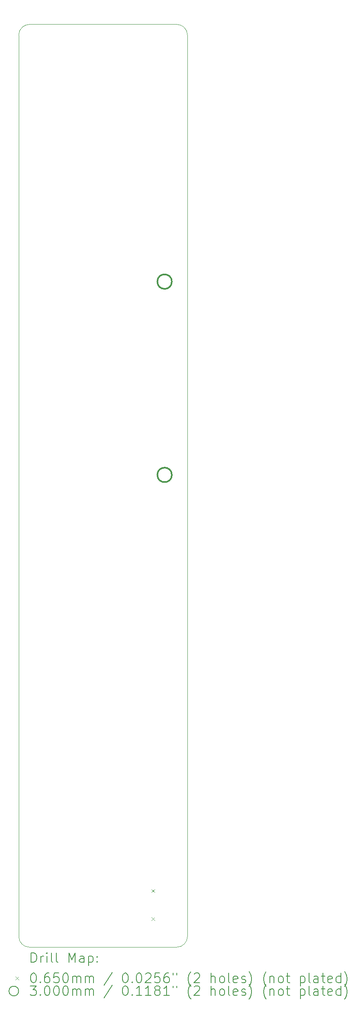
<source format=gbr>
%TF.GenerationSoftware,KiCad,Pcbnew,8.0.7*%
%TF.CreationDate,2025-01-25T18:23:16+01:00*%
%TF.ProjectId,termometer2,7465726d-6f6d-4657-9465-72322e6b6963,rev?*%
%TF.SameCoordinates,Original*%
%TF.FileFunction,Drillmap*%
%TF.FilePolarity,Positive*%
%FSLAX45Y45*%
G04 Gerber Fmt 4.5, Leading zero omitted, Abs format (unit mm)*
G04 Created by KiCad (PCBNEW 8.0.7) date 2025-01-25 18:23:16*
%MOMM*%
%LPD*%
G01*
G04 APERTURE LIST*
%ADD10C,0.050000*%
%ADD11C,0.200000*%
%ADD12C,0.100000*%
%ADD13C,0.300000*%
G04 APERTURE END LIST*
D10*
X11930000Y-22925000D02*
G75*
G02*
X11705000Y-23150000I-225000J0D01*
G01*
X8430000Y-22925000D02*
X8430000Y-4275000D01*
X8430000Y-4275000D02*
G75*
G02*
X8655000Y-4050000I225000J0D01*
G01*
X8655000Y-23150000D02*
G75*
G02*
X8430000Y-22925000I0J225000D01*
G01*
X11705000Y-23150000D02*
X8655000Y-23150000D01*
X11705000Y-4050000D02*
G75*
G02*
X11930000Y-4275000I0J-225000D01*
G01*
X8655000Y-4050000D02*
X11705000Y-4050000D01*
X11930000Y-4275000D02*
X11930000Y-22925000D01*
D11*
D12*
X11186519Y-21951019D02*
X11251519Y-22016019D01*
X11251519Y-21951019D02*
X11186519Y-22016019D01*
X11186519Y-22529019D02*
X11251519Y-22594019D01*
X11251519Y-22529019D02*
X11186519Y-22594019D01*
D13*
X11605000Y-9375000D02*
G75*
G02*
X11305000Y-9375000I-150000J0D01*
G01*
X11305000Y-9375000D02*
G75*
G02*
X11605000Y-9375000I150000J0D01*
G01*
X11605000Y-13375000D02*
G75*
G02*
X11305000Y-13375000I-150000J0D01*
G01*
X11305000Y-13375000D02*
G75*
G02*
X11605000Y-13375000I150000J0D01*
G01*
D11*
X8688277Y-23463984D02*
X8688277Y-23263984D01*
X8688277Y-23263984D02*
X8735896Y-23263984D01*
X8735896Y-23263984D02*
X8764467Y-23273508D01*
X8764467Y-23273508D02*
X8783515Y-23292555D01*
X8783515Y-23292555D02*
X8793039Y-23311603D01*
X8793039Y-23311603D02*
X8802563Y-23349698D01*
X8802563Y-23349698D02*
X8802563Y-23378269D01*
X8802563Y-23378269D02*
X8793039Y-23416365D01*
X8793039Y-23416365D02*
X8783515Y-23435412D01*
X8783515Y-23435412D02*
X8764467Y-23454460D01*
X8764467Y-23454460D02*
X8735896Y-23463984D01*
X8735896Y-23463984D02*
X8688277Y-23463984D01*
X8888277Y-23463984D02*
X8888277Y-23330650D01*
X8888277Y-23368746D02*
X8897801Y-23349698D01*
X8897801Y-23349698D02*
X8907324Y-23340174D01*
X8907324Y-23340174D02*
X8926372Y-23330650D01*
X8926372Y-23330650D02*
X8945420Y-23330650D01*
X9012086Y-23463984D02*
X9012086Y-23330650D01*
X9012086Y-23263984D02*
X9002563Y-23273508D01*
X9002563Y-23273508D02*
X9012086Y-23283031D01*
X9012086Y-23283031D02*
X9021610Y-23273508D01*
X9021610Y-23273508D02*
X9012086Y-23263984D01*
X9012086Y-23263984D02*
X9012086Y-23283031D01*
X9135896Y-23463984D02*
X9116848Y-23454460D01*
X9116848Y-23454460D02*
X9107324Y-23435412D01*
X9107324Y-23435412D02*
X9107324Y-23263984D01*
X9240658Y-23463984D02*
X9221610Y-23454460D01*
X9221610Y-23454460D02*
X9212086Y-23435412D01*
X9212086Y-23435412D02*
X9212086Y-23263984D01*
X9469229Y-23463984D02*
X9469229Y-23263984D01*
X9469229Y-23263984D02*
X9535896Y-23406841D01*
X9535896Y-23406841D02*
X9602563Y-23263984D01*
X9602563Y-23263984D02*
X9602563Y-23463984D01*
X9783515Y-23463984D02*
X9783515Y-23359222D01*
X9783515Y-23359222D02*
X9773991Y-23340174D01*
X9773991Y-23340174D02*
X9754944Y-23330650D01*
X9754944Y-23330650D02*
X9716848Y-23330650D01*
X9716848Y-23330650D02*
X9697801Y-23340174D01*
X9783515Y-23454460D02*
X9764467Y-23463984D01*
X9764467Y-23463984D02*
X9716848Y-23463984D01*
X9716848Y-23463984D02*
X9697801Y-23454460D01*
X9697801Y-23454460D02*
X9688277Y-23435412D01*
X9688277Y-23435412D02*
X9688277Y-23416365D01*
X9688277Y-23416365D02*
X9697801Y-23397317D01*
X9697801Y-23397317D02*
X9716848Y-23387793D01*
X9716848Y-23387793D02*
X9764467Y-23387793D01*
X9764467Y-23387793D02*
X9783515Y-23378269D01*
X9878753Y-23330650D02*
X9878753Y-23530650D01*
X9878753Y-23340174D02*
X9897801Y-23330650D01*
X9897801Y-23330650D02*
X9935896Y-23330650D01*
X9935896Y-23330650D02*
X9954944Y-23340174D01*
X9954944Y-23340174D02*
X9964467Y-23349698D01*
X9964467Y-23349698D02*
X9973991Y-23368746D01*
X9973991Y-23368746D02*
X9973991Y-23425888D01*
X9973991Y-23425888D02*
X9964467Y-23444936D01*
X9964467Y-23444936D02*
X9954944Y-23454460D01*
X9954944Y-23454460D02*
X9935896Y-23463984D01*
X9935896Y-23463984D02*
X9897801Y-23463984D01*
X9897801Y-23463984D02*
X9878753Y-23454460D01*
X10059705Y-23444936D02*
X10069229Y-23454460D01*
X10069229Y-23454460D02*
X10059705Y-23463984D01*
X10059705Y-23463984D02*
X10050182Y-23454460D01*
X10050182Y-23454460D02*
X10059705Y-23444936D01*
X10059705Y-23444936D02*
X10059705Y-23463984D01*
X10059705Y-23340174D02*
X10069229Y-23349698D01*
X10069229Y-23349698D02*
X10059705Y-23359222D01*
X10059705Y-23359222D02*
X10050182Y-23349698D01*
X10050182Y-23349698D02*
X10059705Y-23340174D01*
X10059705Y-23340174D02*
X10059705Y-23359222D01*
D12*
X8362500Y-23760000D02*
X8427500Y-23825000D01*
X8427500Y-23760000D02*
X8362500Y-23825000D01*
D11*
X8726372Y-23683984D02*
X8745420Y-23683984D01*
X8745420Y-23683984D02*
X8764467Y-23693508D01*
X8764467Y-23693508D02*
X8773991Y-23703031D01*
X8773991Y-23703031D02*
X8783515Y-23722079D01*
X8783515Y-23722079D02*
X8793039Y-23760174D01*
X8793039Y-23760174D02*
X8793039Y-23807793D01*
X8793039Y-23807793D02*
X8783515Y-23845888D01*
X8783515Y-23845888D02*
X8773991Y-23864936D01*
X8773991Y-23864936D02*
X8764467Y-23874460D01*
X8764467Y-23874460D02*
X8745420Y-23883984D01*
X8745420Y-23883984D02*
X8726372Y-23883984D01*
X8726372Y-23883984D02*
X8707324Y-23874460D01*
X8707324Y-23874460D02*
X8697801Y-23864936D01*
X8697801Y-23864936D02*
X8688277Y-23845888D01*
X8688277Y-23845888D02*
X8678753Y-23807793D01*
X8678753Y-23807793D02*
X8678753Y-23760174D01*
X8678753Y-23760174D02*
X8688277Y-23722079D01*
X8688277Y-23722079D02*
X8697801Y-23703031D01*
X8697801Y-23703031D02*
X8707324Y-23693508D01*
X8707324Y-23693508D02*
X8726372Y-23683984D01*
X8878753Y-23864936D02*
X8888277Y-23874460D01*
X8888277Y-23874460D02*
X8878753Y-23883984D01*
X8878753Y-23883984D02*
X8869229Y-23874460D01*
X8869229Y-23874460D02*
X8878753Y-23864936D01*
X8878753Y-23864936D02*
X8878753Y-23883984D01*
X9059705Y-23683984D02*
X9021610Y-23683984D01*
X9021610Y-23683984D02*
X9002563Y-23693508D01*
X9002563Y-23693508D02*
X8993039Y-23703031D01*
X8993039Y-23703031D02*
X8973991Y-23731603D01*
X8973991Y-23731603D02*
X8964467Y-23769698D01*
X8964467Y-23769698D02*
X8964467Y-23845888D01*
X8964467Y-23845888D02*
X8973991Y-23864936D01*
X8973991Y-23864936D02*
X8983515Y-23874460D01*
X8983515Y-23874460D02*
X9002563Y-23883984D01*
X9002563Y-23883984D02*
X9040658Y-23883984D01*
X9040658Y-23883984D02*
X9059705Y-23874460D01*
X9059705Y-23874460D02*
X9069229Y-23864936D01*
X9069229Y-23864936D02*
X9078753Y-23845888D01*
X9078753Y-23845888D02*
X9078753Y-23798269D01*
X9078753Y-23798269D02*
X9069229Y-23779222D01*
X9069229Y-23779222D02*
X9059705Y-23769698D01*
X9059705Y-23769698D02*
X9040658Y-23760174D01*
X9040658Y-23760174D02*
X9002563Y-23760174D01*
X9002563Y-23760174D02*
X8983515Y-23769698D01*
X8983515Y-23769698D02*
X8973991Y-23779222D01*
X8973991Y-23779222D02*
X8964467Y-23798269D01*
X9259705Y-23683984D02*
X9164467Y-23683984D01*
X9164467Y-23683984D02*
X9154944Y-23779222D01*
X9154944Y-23779222D02*
X9164467Y-23769698D01*
X9164467Y-23769698D02*
X9183515Y-23760174D01*
X9183515Y-23760174D02*
X9231134Y-23760174D01*
X9231134Y-23760174D02*
X9250182Y-23769698D01*
X9250182Y-23769698D02*
X9259705Y-23779222D01*
X9259705Y-23779222D02*
X9269229Y-23798269D01*
X9269229Y-23798269D02*
X9269229Y-23845888D01*
X9269229Y-23845888D02*
X9259705Y-23864936D01*
X9259705Y-23864936D02*
X9250182Y-23874460D01*
X9250182Y-23874460D02*
X9231134Y-23883984D01*
X9231134Y-23883984D02*
X9183515Y-23883984D01*
X9183515Y-23883984D02*
X9164467Y-23874460D01*
X9164467Y-23874460D02*
X9154944Y-23864936D01*
X9393039Y-23683984D02*
X9412086Y-23683984D01*
X9412086Y-23683984D02*
X9431134Y-23693508D01*
X9431134Y-23693508D02*
X9440658Y-23703031D01*
X9440658Y-23703031D02*
X9450182Y-23722079D01*
X9450182Y-23722079D02*
X9459705Y-23760174D01*
X9459705Y-23760174D02*
X9459705Y-23807793D01*
X9459705Y-23807793D02*
X9450182Y-23845888D01*
X9450182Y-23845888D02*
X9440658Y-23864936D01*
X9440658Y-23864936D02*
X9431134Y-23874460D01*
X9431134Y-23874460D02*
X9412086Y-23883984D01*
X9412086Y-23883984D02*
X9393039Y-23883984D01*
X9393039Y-23883984D02*
X9373991Y-23874460D01*
X9373991Y-23874460D02*
X9364467Y-23864936D01*
X9364467Y-23864936D02*
X9354944Y-23845888D01*
X9354944Y-23845888D02*
X9345420Y-23807793D01*
X9345420Y-23807793D02*
X9345420Y-23760174D01*
X9345420Y-23760174D02*
X9354944Y-23722079D01*
X9354944Y-23722079D02*
X9364467Y-23703031D01*
X9364467Y-23703031D02*
X9373991Y-23693508D01*
X9373991Y-23693508D02*
X9393039Y-23683984D01*
X9545420Y-23883984D02*
X9545420Y-23750650D01*
X9545420Y-23769698D02*
X9554944Y-23760174D01*
X9554944Y-23760174D02*
X9573991Y-23750650D01*
X9573991Y-23750650D02*
X9602563Y-23750650D01*
X9602563Y-23750650D02*
X9621610Y-23760174D01*
X9621610Y-23760174D02*
X9631134Y-23779222D01*
X9631134Y-23779222D02*
X9631134Y-23883984D01*
X9631134Y-23779222D02*
X9640658Y-23760174D01*
X9640658Y-23760174D02*
X9659705Y-23750650D01*
X9659705Y-23750650D02*
X9688277Y-23750650D01*
X9688277Y-23750650D02*
X9707325Y-23760174D01*
X9707325Y-23760174D02*
X9716848Y-23779222D01*
X9716848Y-23779222D02*
X9716848Y-23883984D01*
X9812086Y-23883984D02*
X9812086Y-23750650D01*
X9812086Y-23769698D02*
X9821610Y-23760174D01*
X9821610Y-23760174D02*
X9840658Y-23750650D01*
X9840658Y-23750650D02*
X9869229Y-23750650D01*
X9869229Y-23750650D02*
X9888277Y-23760174D01*
X9888277Y-23760174D02*
X9897801Y-23779222D01*
X9897801Y-23779222D02*
X9897801Y-23883984D01*
X9897801Y-23779222D02*
X9907325Y-23760174D01*
X9907325Y-23760174D02*
X9926372Y-23750650D01*
X9926372Y-23750650D02*
X9954944Y-23750650D01*
X9954944Y-23750650D02*
X9973991Y-23760174D01*
X9973991Y-23760174D02*
X9983515Y-23779222D01*
X9983515Y-23779222D02*
X9983515Y-23883984D01*
X10373991Y-23674460D02*
X10202563Y-23931603D01*
X10631134Y-23683984D02*
X10650182Y-23683984D01*
X10650182Y-23683984D02*
X10669229Y-23693508D01*
X10669229Y-23693508D02*
X10678753Y-23703031D01*
X10678753Y-23703031D02*
X10688277Y-23722079D01*
X10688277Y-23722079D02*
X10697801Y-23760174D01*
X10697801Y-23760174D02*
X10697801Y-23807793D01*
X10697801Y-23807793D02*
X10688277Y-23845888D01*
X10688277Y-23845888D02*
X10678753Y-23864936D01*
X10678753Y-23864936D02*
X10669229Y-23874460D01*
X10669229Y-23874460D02*
X10650182Y-23883984D01*
X10650182Y-23883984D02*
X10631134Y-23883984D01*
X10631134Y-23883984D02*
X10612087Y-23874460D01*
X10612087Y-23874460D02*
X10602563Y-23864936D01*
X10602563Y-23864936D02*
X10593039Y-23845888D01*
X10593039Y-23845888D02*
X10583515Y-23807793D01*
X10583515Y-23807793D02*
X10583515Y-23760174D01*
X10583515Y-23760174D02*
X10593039Y-23722079D01*
X10593039Y-23722079D02*
X10602563Y-23703031D01*
X10602563Y-23703031D02*
X10612087Y-23693508D01*
X10612087Y-23693508D02*
X10631134Y-23683984D01*
X10783515Y-23864936D02*
X10793039Y-23874460D01*
X10793039Y-23874460D02*
X10783515Y-23883984D01*
X10783515Y-23883984D02*
X10773991Y-23874460D01*
X10773991Y-23874460D02*
X10783515Y-23864936D01*
X10783515Y-23864936D02*
X10783515Y-23883984D01*
X10916848Y-23683984D02*
X10935896Y-23683984D01*
X10935896Y-23683984D02*
X10954944Y-23693508D01*
X10954944Y-23693508D02*
X10964468Y-23703031D01*
X10964468Y-23703031D02*
X10973991Y-23722079D01*
X10973991Y-23722079D02*
X10983515Y-23760174D01*
X10983515Y-23760174D02*
X10983515Y-23807793D01*
X10983515Y-23807793D02*
X10973991Y-23845888D01*
X10973991Y-23845888D02*
X10964468Y-23864936D01*
X10964468Y-23864936D02*
X10954944Y-23874460D01*
X10954944Y-23874460D02*
X10935896Y-23883984D01*
X10935896Y-23883984D02*
X10916848Y-23883984D01*
X10916848Y-23883984D02*
X10897801Y-23874460D01*
X10897801Y-23874460D02*
X10888277Y-23864936D01*
X10888277Y-23864936D02*
X10878753Y-23845888D01*
X10878753Y-23845888D02*
X10869229Y-23807793D01*
X10869229Y-23807793D02*
X10869229Y-23760174D01*
X10869229Y-23760174D02*
X10878753Y-23722079D01*
X10878753Y-23722079D02*
X10888277Y-23703031D01*
X10888277Y-23703031D02*
X10897801Y-23693508D01*
X10897801Y-23693508D02*
X10916848Y-23683984D01*
X11059706Y-23703031D02*
X11069229Y-23693508D01*
X11069229Y-23693508D02*
X11088277Y-23683984D01*
X11088277Y-23683984D02*
X11135896Y-23683984D01*
X11135896Y-23683984D02*
X11154944Y-23693508D01*
X11154944Y-23693508D02*
X11164468Y-23703031D01*
X11164468Y-23703031D02*
X11173991Y-23722079D01*
X11173991Y-23722079D02*
X11173991Y-23741127D01*
X11173991Y-23741127D02*
X11164468Y-23769698D01*
X11164468Y-23769698D02*
X11050182Y-23883984D01*
X11050182Y-23883984D02*
X11173991Y-23883984D01*
X11354944Y-23683984D02*
X11259706Y-23683984D01*
X11259706Y-23683984D02*
X11250182Y-23779222D01*
X11250182Y-23779222D02*
X11259706Y-23769698D01*
X11259706Y-23769698D02*
X11278753Y-23760174D01*
X11278753Y-23760174D02*
X11326372Y-23760174D01*
X11326372Y-23760174D02*
X11345420Y-23769698D01*
X11345420Y-23769698D02*
X11354944Y-23779222D01*
X11354944Y-23779222D02*
X11364467Y-23798269D01*
X11364467Y-23798269D02*
X11364467Y-23845888D01*
X11364467Y-23845888D02*
X11354944Y-23864936D01*
X11354944Y-23864936D02*
X11345420Y-23874460D01*
X11345420Y-23874460D02*
X11326372Y-23883984D01*
X11326372Y-23883984D02*
X11278753Y-23883984D01*
X11278753Y-23883984D02*
X11259706Y-23874460D01*
X11259706Y-23874460D02*
X11250182Y-23864936D01*
X11535896Y-23683984D02*
X11497801Y-23683984D01*
X11497801Y-23683984D02*
X11478753Y-23693508D01*
X11478753Y-23693508D02*
X11469229Y-23703031D01*
X11469229Y-23703031D02*
X11450182Y-23731603D01*
X11450182Y-23731603D02*
X11440658Y-23769698D01*
X11440658Y-23769698D02*
X11440658Y-23845888D01*
X11440658Y-23845888D02*
X11450182Y-23864936D01*
X11450182Y-23864936D02*
X11459706Y-23874460D01*
X11459706Y-23874460D02*
X11478753Y-23883984D01*
X11478753Y-23883984D02*
X11516848Y-23883984D01*
X11516848Y-23883984D02*
X11535896Y-23874460D01*
X11535896Y-23874460D02*
X11545420Y-23864936D01*
X11545420Y-23864936D02*
X11554944Y-23845888D01*
X11554944Y-23845888D02*
X11554944Y-23798269D01*
X11554944Y-23798269D02*
X11545420Y-23779222D01*
X11545420Y-23779222D02*
X11535896Y-23769698D01*
X11535896Y-23769698D02*
X11516848Y-23760174D01*
X11516848Y-23760174D02*
X11478753Y-23760174D01*
X11478753Y-23760174D02*
X11459706Y-23769698D01*
X11459706Y-23769698D02*
X11450182Y-23779222D01*
X11450182Y-23779222D02*
X11440658Y-23798269D01*
X11631134Y-23683984D02*
X11631134Y-23722079D01*
X11707325Y-23683984D02*
X11707325Y-23722079D01*
X12002563Y-23960174D02*
X11993039Y-23950650D01*
X11993039Y-23950650D02*
X11973991Y-23922079D01*
X11973991Y-23922079D02*
X11964468Y-23903031D01*
X11964468Y-23903031D02*
X11954944Y-23874460D01*
X11954944Y-23874460D02*
X11945420Y-23826841D01*
X11945420Y-23826841D02*
X11945420Y-23788746D01*
X11945420Y-23788746D02*
X11954944Y-23741127D01*
X11954944Y-23741127D02*
X11964468Y-23712555D01*
X11964468Y-23712555D02*
X11973991Y-23693508D01*
X11973991Y-23693508D02*
X11993039Y-23664936D01*
X11993039Y-23664936D02*
X12002563Y-23655412D01*
X12069229Y-23703031D02*
X12078753Y-23693508D01*
X12078753Y-23693508D02*
X12097801Y-23683984D01*
X12097801Y-23683984D02*
X12145420Y-23683984D01*
X12145420Y-23683984D02*
X12164468Y-23693508D01*
X12164468Y-23693508D02*
X12173991Y-23703031D01*
X12173991Y-23703031D02*
X12183515Y-23722079D01*
X12183515Y-23722079D02*
X12183515Y-23741127D01*
X12183515Y-23741127D02*
X12173991Y-23769698D01*
X12173991Y-23769698D02*
X12059706Y-23883984D01*
X12059706Y-23883984D02*
X12183515Y-23883984D01*
X12421610Y-23883984D02*
X12421610Y-23683984D01*
X12507325Y-23883984D02*
X12507325Y-23779222D01*
X12507325Y-23779222D02*
X12497801Y-23760174D01*
X12497801Y-23760174D02*
X12478753Y-23750650D01*
X12478753Y-23750650D02*
X12450182Y-23750650D01*
X12450182Y-23750650D02*
X12431134Y-23760174D01*
X12431134Y-23760174D02*
X12421610Y-23769698D01*
X12631134Y-23883984D02*
X12612087Y-23874460D01*
X12612087Y-23874460D02*
X12602563Y-23864936D01*
X12602563Y-23864936D02*
X12593039Y-23845888D01*
X12593039Y-23845888D02*
X12593039Y-23788746D01*
X12593039Y-23788746D02*
X12602563Y-23769698D01*
X12602563Y-23769698D02*
X12612087Y-23760174D01*
X12612087Y-23760174D02*
X12631134Y-23750650D01*
X12631134Y-23750650D02*
X12659706Y-23750650D01*
X12659706Y-23750650D02*
X12678753Y-23760174D01*
X12678753Y-23760174D02*
X12688277Y-23769698D01*
X12688277Y-23769698D02*
X12697801Y-23788746D01*
X12697801Y-23788746D02*
X12697801Y-23845888D01*
X12697801Y-23845888D02*
X12688277Y-23864936D01*
X12688277Y-23864936D02*
X12678753Y-23874460D01*
X12678753Y-23874460D02*
X12659706Y-23883984D01*
X12659706Y-23883984D02*
X12631134Y-23883984D01*
X12812087Y-23883984D02*
X12793039Y-23874460D01*
X12793039Y-23874460D02*
X12783515Y-23855412D01*
X12783515Y-23855412D02*
X12783515Y-23683984D01*
X12964468Y-23874460D02*
X12945420Y-23883984D01*
X12945420Y-23883984D02*
X12907325Y-23883984D01*
X12907325Y-23883984D02*
X12888277Y-23874460D01*
X12888277Y-23874460D02*
X12878753Y-23855412D01*
X12878753Y-23855412D02*
X12878753Y-23779222D01*
X12878753Y-23779222D02*
X12888277Y-23760174D01*
X12888277Y-23760174D02*
X12907325Y-23750650D01*
X12907325Y-23750650D02*
X12945420Y-23750650D01*
X12945420Y-23750650D02*
X12964468Y-23760174D01*
X12964468Y-23760174D02*
X12973991Y-23779222D01*
X12973991Y-23779222D02*
X12973991Y-23798269D01*
X12973991Y-23798269D02*
X12878753Y-23817317D01*
X13050182Y-23874460D02*
X13069230Y-23883984D01*
X13069230Y-23883984D02*
X13107325Y-23883984D01*
X13107325Y-23883984D02*
X13126372Y-23874460D01*
X13126372Y-23874460D02*
X13135896Y-23855412D01*
X13135896Y-23855412D02*
X13135896Y-23845888D01*
X13135896Y-23845888D02*
X13126372Y-23826841D01*
X13126372Y-23826841D02*
X13107325Y-23817317D01*
X13107325Y-23817317D02*
X13078753Y-23817317D01*
X13078753Y-23817317D02*
X13059706Y-23807793D01*
X13059706Y-23807793D02*
X13050182Y-23788746D01*
X13050182Y-23788746D02*
X13050182Y-23779222D01*
X13050182Y-23779222D02*
X13059706Y-23760174D01*
X13059706Y-23760174D02*
X13078753Y-23750650D01*
X13078753Y-23750650D02*
X13107325Y-23750650D01*
X13107325Y-23750650D02*
X13126372Y-23760174D01*
X13202563Y-23960174D02*
X13212087Y-23950650D01*
X13212087Y-23950650D02*
X13231134Y-23922079D01*
X13231134Y-23922079D02*
X13240658Y-23903031D01*
X13240658Y-23903031D02*
X13250182Y-23874460D01*
X13250182Y-23874460D02*
X13259706Y-23826841D01*
X13259706Y-23826841D02*
X13259706Y-23788746D01*
X13259706Y-23788746D02*
X13250182Y-23741127D01*
X13250182Y-23741127D02*
X13240658Y-23712555D01*
X13240658Y-23712555D02*
X13231134Y-23693508D01*
X13231134Y-23693508D02*
X13212087Y-23664936D01*
X13212087Y-23664936D02*
X13202563Y-23655412D01*
X13564468Y-23960174D02*
X13554944Y-23950650D01*
X13554944Y-23950650D02*
X13535896Y-23922079D01*
X13535896Y-23922079D02*
X13526372Y-23903031D01*
X13526372Y-23903031D02*
X13516849Y-23874460D01*
X13516849Y-23874460D02*
X13507325Y-23826841D01*
X13507325Y-23826841D02*
X13507325Y-23788746D01*
X13507325Y-23788746D02*
X13516849Y-23741127D01*
X13516849Y-23741127D02*
X13526372Y-23712555D01*
X13526372Y-23712555D02*
X13535896Y-23693508D01*
X13535896Y-23693508D02*
X13554944Y-23664936D01*
X13554944Y-23664936D02*
X13564468Y-23655412D01*
X13640658Y-23750650D02*
X13640658Y-23883984D01*
X13640658Y-23769698D02*
X13650182Y-23760174D01*
X13650182Y-23760174D02*
X13669230Y-23750650D01*
X13669230Y-23750650D02*
X13697801Y-23750650D01*
X13697801Y-23750650D02*
X13716849Y-23760174D01*
X13716849Y-23760174D02*
X13726372Y-23779222D01*
X13726372Y-23779222D02*
X13726372Y-23883984D01*
X13850182Y-23883984D02*
X13831134Y-23874460D01*
X13831134Y-23874460D02*
X13821611Y-23864936D01*
X13821611Y-23864936D02*
X13812087Y-23845888D01*
X13812087Y-23845888D02*
X13812087Y-23788746D01*
X13812087Y-23788746D02*
X13821611Y-23769698D01*
X13821611Y-23769698D02*
X13831134Y-23760174D01*
X13831134Y-23760174D02*
X13850182Y-23750650D01*
X13850182Y-23750650D02*
X13878753Y-23750650D01*
X13878753Y-23750650D02*
X13897801Y-23760174D01*
X13897801Y-23760174D02*
X13907325Y-23769698D01*
X13907325Y-23769698D02*
X13916849Y-23788746D01*
X13916849Y-23788746D02*
X13916849Y-23845888D01*
X13916849Y-23845888D02*
X13907325Y-23864936D01*
X13907325Y-23864936D02*
X13897801Y-23874460D01*
X13897801Y-23874460D02*
X13878753Y-23883984D01*
X13878753Y-23883984D02*
X13850182Y-23883984D01*
X13973992Y-23750650D02*
X14050182Y-23750650D01*
X14002563Y-23683984D02*
X14002563Y-23855412D01*
X14002563Y-23855412D02*
X14012087Y-23874460D01*
X14012087Y-23874460D02*
X14031134Y-23883984D01*
X14031134Y-23883984D02*
X14050182Y-23883984D01*
X14269230Y-23750650D02*
X14269230Y-23950650D01*
X14269230Y-23760174D02*
X14288277Y-23750650D01*
X14288277Y-23750650D02*
X14326373Y-23750650D01*
X14326373Y-23750650D02*
X14345420Y-23760174D01*
X14345420Y-23760174D02*
X14354944Y-23769698D01*
X14354944Y-23769698D02*
X14364468Y-23788746D01*
X14364468Y-23788746D02*
X14364468Y-23845888D01*
X14364468Y-23845888D02*
X14354944Y-23864936D01*
X14354944Y-23864936D02*
X14345420Y-23874460D01*
X14345420Y-23874460D02*
X14326373Y-23883984D01*
X14326373Y-23883984D02*
X14288277Y-23883984D01*
X14288277Y-23883984D02*
X14269230Y-23874460D01*
X14478753Y-23883984D02*
X14459706Y-23874460D01*
X14459706Y-23874460D02*
X14450182Y-23855412D01*
X14450182Y-23855412D02*
X14450182Y-23683984D01*
X14640658Y-23883984D02*
X14640658Y-23779222D01*
X14640658Y-23779222D02*
X14631134Y-23760174D01*
X14631134Y-23760174D02*
X14612087Y-23750650D01*
X14612087Y-23750650D02*
X14573992Y-23750650D01*
X14573992Y-23750650D02*
X14554944Y-23760174D01*
X14640658Y-23874460D02*
X14621611Y-23883984D01*
X14621611Y-23883984D02*
X14573992Y-23883984D01*
X14573992Y-23883984D02*
X14554944Y-23874460D01*
X14554944Y-23874460D02*
X14545420Y-23855412D01*
X14545420Y-23855412D02*
X14545420Y-23836365D01*
X14545420Y-23836365D02*
X14554944Y-23817317D01*
X14554944Y-23817317D02*
X14573992Y-23807793D01*
X14573992Y-23807793D02*
X14621611Y-23807793D01*
X14621611Y-23807793D02*
X14640658Y-23798269D01*
X14707325Y-23750650D02*
X14783515Y-23750650D01*
X14735896Y-23683984D02*
X14735896Y-23855412D01*
X14735896Y-23855412D02*
X14745420Y-23874460D01*
X14745420Y-23874460D02*
X14764468Y-23883984D01*
X14764468Y-23883984D02*
X14783515Y-23883984D01*
X14926373Y-23874460D02*
X14907325Y-23883984D01*
X14907325Y-23883984D02*
X14869230Y-23883984D01*
X14869230Y-23883984D02*
X14850182Y-23874460D01*
X14850182Y-23874460D02*
X14840658Y-23855412D01*
X14840658Y-23855412D02*
X14840658Y-23779222D01*
X14840658Y-23779222D02*
X14850182Y-23760174D01*
X14850182Y-23760174D02*
X14869230Y-23750650D01*
X14869230Y-23750650D02*
X14907325Y-23750650D01*
X14907325Y-23750650D02*
X14926373Y-23760174D01*
X14926373Y-23760174D02*
X14935896Y-23779222D01*
X14935896Y-23779222D02*
X14935896Y-23798269D01*
X14935896Y-23798269D02*
X14840658Y-23817317D01*
X15107325Y-23883984D02*
X15107325Y-23683984D01*
X15107325Y-23874460D02*
X15088277Y-23883984D01*
X15088277Y-23883984D02*
X15050182Y-23883984D01*
X15050182Y-23883984D02*
X15031134Y-23874460D01*
X15031134Y-23874460D02*
X15021611Y-23864936D01*
X15021611Y-23864936D02*
X15012087Y-23845888D01*
X15012087Y-23845888D02*
X15012087Y-23788746D01*
X15012087Y-23788746D02*
X15021611Y-23769698D01*
X15021611Y-23769698D02*
X15031134Y-23760174D01*
X15031134Y-23760174D02*
X15050182Y-23750650D01*
X15050182Y-23750650D02*
X15088277Y-23750650D01*
X15088277Y-23750650D02*
X15107325Y-23760174D01*
X15183515Y-23960174D02*
X15193039Y-23950650D01*
X15193039Y-23950650D02*
X15212087Y-23922079D01*
X15212087Y-23922079D02*
X15221611Y-23903031D01*
X15221611Y-23903031D02*
X15231134Y-23874460D01*
X15231134Y-23874460D02*
X15240658Y-23826841D01*
X15240658Y-23826841D02*
X15240658Y-23788746D01*
X15240658Y-23788746D02*
X15231134Y-23741127D01*
X15231134Y-23741127D02*
X15221611Y-23712555D01*
X15221611Y-23712555D02*
X15212087Y-23693508D01*
X15212087Y-23693508D02*
X15193039Y-23664936D01*
X15193039Y-23664936D02*
X15183515Y-23655412D01*
X8427500Y-24056500D02*
G75*
G02*
X8227500Y-24056500I-100000J0D01*
G01*
X8227500Y-24056500D02*
G75*
G02*
X8427500Y-24056500I100000J0D01*
G01*
X8669229Y-23947984D02*
X8793039Y-23947984D01*
X8793039Y-23947984D02*
X8726372Y-24024174D01*
X8726372Y-24024174D02*
X8754944Y-24024174D01*
X8754944Y-24024174D02*
X8773991Y-24033698D01*
X8773991Y-24033698D02*
X8783515Y-24043222D01*
X8783515Y-24043222D02*
X8793039Y-24062269D01*
X8793039Y-24062269D02*
X8793039Y-24109888D01*
X8793039Y-24109888D02*
X8783515Y-24128936D01*
X8783515Y-24128936D02*
X8773991Y-24138460D01*
X8773991Y-24138460D02*
X8754944Y-24147984D01*
X8754944Y-24147984D02*
X8697801Y-24147984D01*
X8697801Y-24147984D02*
X8678753Y-24138460D01*
X8678753Y-24138460D02*
X8669229Y-24128936D01*
X8878753Y-24128936D02*
X8888277Y-24138460D01*
X8888277Y-24138460D02*
X8878753Y-24147984D01*
X8878753Y-24147984D02*
X8869229Y-24138460D01*
X8869229Y-24138460D02*
X8878753Y-24128936D01*
X8878753Y-24128936D02*
X8878753Y-24147984D01*
X9012086Y-23947984D02*
X9031134Y-23947984D01*
X9031134Y-23947984D02*
X9050182Y-23957508D01*
X9050182Y-23957508D02*
X9059705Y-23967031D01*
X9059705Y-23967031D02*
X9069229Y-23986079D01*
X9069229Y-23986079D02*
X9078753Y-24024174D01*
X9078753Y-24024174D02*
X9078753Y-24071793D01*
X9078753Y-24071793D02*
X9069229Y-24109888D01*
X9069229Y-24109888D02*
X9059705Y-24128936D01*
X9059705Y-24128936D02*
X9050182Y-24138460D01*
X9050182Y-24138460D02*
X9031134Y-24147984D01*
X9031134Y-24147984D02*
X9012086Y-24147984D01*
X9012086Y-24147984D02*
X8993039Y-24138460D01*
X8993039Y-24138460D02*
X8983515Y-24128936D01*
X8983515Y-24128936D02*
X8973991Y-24109888D01*
X8973991Y-24109888D02*
X8964467Y-24071793D01*
X8964467Y-24071793D02*
X8964467Y-24024174D01*
X8964467Y-24024174D02*
X8973991Y-23986079D01*
X8973991Y-23986079D02*
X8983515Y-23967031D01*
X8983515Y-23967031D02*
X8993039Y-23957508D01*
X8993039Y-23957508D02*
X9012086Y-23947984D01*
X9202563Y-23947984D02*
X9221610Y-23947984D01*
X9221610Y-23947984D02*
X9240658Y-23957508D01*
X9240658Y-23957508D02*
X9250182Y-23967031D01*
X9250182Y-23967031D02*
X9259705Y-23986079D01*
X9259705Y-23986079D02*
X9269229Y-24024174D01*
X9269229Y-24024174D02*
X9269229Y-24071793D01*
X9269229Y-24071793D02*
X9259705Y-24109888D01*
X9259705Y-24109888D02*
X9250182Y-24128936D01*
X9250182Y-24128936D02*
X9240658Y-24138460D01*
X9240658Y-24138460D02*
X9221610Y-24147984D01*
X9221610Y-24147984D02*
X9202563Y-24147984D01*
X9202563Y-24147984D02*
X9183515Y-24138460D01*
X9183515Y-24138460D02*
X9173991Y-24128936D01*
X9173991Y-24128936D02*
X9164467Y-24109888D01*
X9164467Y-24109888D02*
X9154944Y-24071793D01*
X9154944Y-24071793D02*
X9154944Y-24024174D01*
X9154944Y-24024174D02*
X9164467Y-23986079D01*
X9164467Y-23986079D02*
X9173991Y-23967031D01*
X9173991Y-23967031D02*
X9183515Y-23957508D01*
X9183515Y-23957508D02*
X9202563Y-23947984D01*
X9393039Y-23947984D02*
X9412086Y-23947984D01*
X9412086Y-23947984D02*
X9431134Y-23957508D01*
X9431134Y-23957508D02*
X9440658Y-23967031D01*
X9440658Y-23967031D02*
X9450182Y-23986079D01*
X9450182Y-23986079D02*
X9459705Y-24024174D01*
X9459705Y-24024174D02*
X9459705Y-24071793D01*
X9459705Y-24071793D02*
X9450182Y-24109888D01*
X9450182Y-24109888D02*
X9440658Y-24128936D01*
X9440658Y-24128936D02*
X9431134Y-24138460D01*
X9431134Y-24138460D02*
X9412086Y-24147984D01*
X9412086Y-24147984D02*
X9393039Y-24147984D01*
X9393039Y-24147984D02*
X9373991Y-24138460D01*
X9373991Y-24138460D02*
X9364467Y-24128936D01*
X9364467Y-24128936D02*
X9354944Y-24109888D01*
X9354944Y-24109888D02*
X9345420Y-24071793D01*
X9345420Y-24071793D02*
X9345420Y-24024174D01*
X9345420Y-24024174D02*
X9354944Y-23986079D01*
X9354944Y-23986079D02*
X9364467Y-23967031D01*
X9364467Y-23967031D02*
X9373991Y-23957508D01*
X9373991Y-23957508D02*
X9393039Y-23947984D01*
X9545420Y-24147984D02*
X9545420Y-24014650D01*
X9545420Y-24033698D02*
X9554944Y-24024174D01*
X9554944Y-24024174D02*
X9573991Y-24014650D01*
X9573991Y-24014650D02*
X9602563Y-24014650D01*
X9602563Y-24014650D02*
X9621610Y-24024174D01*
X9621610Y-24024174D02*
X9631134Y-24043222D01*
X9631134Y-24043222D02*
X9631134Y-24147984D01*
X9631134Y-24043222D02*
X9640658Y-24024174D01*
X9640658Y-24024174D02*
X9659705Y-24014650D01*
X9659705Y-24014650D02*
X9688277Y-24014650D01*
X9688277Y-24014650D02*
X9707325Y-24024174D01*
X9707325Y-24024174D02*
X9716848Y-24043222D01*
X9716848Y-24043222D02*
X9716848Y-24147984D01*
X9812086Y-24147984D02*
X9812086Y-24014650D01*
X9812086Y-24033698D02*
X9821610Y-24024174D01*
X9821610Y-24024174D02*
X9840658Y-24014650D01*
X9840658Y-24014650D02*
X9869229Y-24014650D01*
X9869229Y-24014650D02*
X9888277Y-24024174D01*
X9888277Y-24024174D02*
X9897801Y-24043222D01*
X9897801Y-24043222D02*
X9897801Y-24147984D01*
X9897801Y-24043222D02*
X9907325Y-24024174D01*
X9907325Y-24024174D02*
X9926372Y-24014650D01*
X9926372Y-24014650D02*
X9954944Y-24014650D01*
X9954944Y-24014650D02*
X9973991Y-24024174D01*
X9973991Y-24024174D02*
X9983515Y-24043222D01*
X9983515Y-24043222D02*
X9983515Y-24147984D01*
X10373991Y-23938460D02*
X10202563Y-24195603D01*
X10631134Y-23947984D02*
X10650182Y-23947984D01*
X10650182Y-23947984D02*
X10669229Y-23957508D01*
X10669229Y-23957508D02*
X10678753Y-23967031D01*
X10678753Y-23967031D02*
X10688277Y-23986079D01*
X10688277Y-23986079D02*
X10697801Y-24024174D01*
X10697801Y-24024174D02*
X10697801Y-24071793D01*
X10697801Y-24071793D02*
X10688277Y-24109888D01*
X10688277Y-24109888D02*
X10678753Y-24128936D01*
X10678753Y-24128936D02*
X10669229Y-24138460D01*
X10669229Y-24138460D02*
X10650182Y-24147984D01*
X10650182Y-24147984D02*
X10631134Y-24147984D01*
X10631134Y-24147984D02*
X10612087Y-24138460D01*
X10612087Y-24138460D02*
X10602563Y-24128936D01*
X10602563Y-24128936D02*
X10593039Y-24109888D01*
X10593039Y-24109888D02*
X10583515Y-24071793D01*
X10583515Y-24071793D02*
X10583515Y-24024174D01*
X10583515Y-24024174D02*
X10593039Y-23986079D01*
X10593039Y-23986079D02*
X10602563Y-23967031D01*
X10602563Y-23967031D02*
X10612087Y-23957508D01*
X10612087Y-23957508D02*
X10631134Y-23947984D01*
X10783515Y-24128936D02*
X10793039Y-24138460D01*
X10793039Y-24138460D02*
X10783515Y-24147984D01*
X10783515Y-24147984D02*
X10773991Y-24138460D01*
X10773991Y-24138460D02*
X10783515Y-24128936D01*
X10783515Y-24128936D02*
X10783515Y-24147984D01*
X10983515Y-24147984D02*
X10869229Y-24147984D01*
X10926372Y-24147984D02*
X10926372Y-23947984D01*
X10926372Y-23947984D02*
X10907325Y-23976555D01*
X10907325Y-23976555D02*
X10888277Y-23995603D01*
X10888277Y-23995603D02*
X10869229Y-24005127D01*
X11173991Y-24147984D02*
X11059706Y-24147984D01*
X11116848Y-24147984D02*
X11116848Y-23947984D01*
X11116848Y-23947984D02*
X11097801Y-23976555D01*
X11097801Y-23976555D02*
X11078753Y-23995603D01*
X11078753Y-23995603D02*
X11059706Y-24005127D01*
X11288277Y-24033698D02*
X11269229Y-24024174D01*
X11269229Y-24024174D02*
X11259706Y-24014650D01*
X11259706Y-24014650D02*
X11250182Y-23995603D01*
X11250182Y-23995603D02*
X11250182Y-23986079D01*
X11250182Y-23986079D02*
X11259706Y-23967031D01*
X11259706Y-23967031D02*
X11269229Y-23957508D01*
X11269229Y-23957508D02*
X11288277Y-23947984D01*
X11288277Y-23947984D02*
X11326372Y-23947984D01*
X11326372Y-23947984D02*
X11345420Y-23957508D01*
X11345420Y-23957508D02*
X11354944Y-23967031D01*
X11354944Y-23967031D02*
X11364467Y-23986079D01*
X11364467Y-23986079D02*
X11364467Y-23995603D01*
X11364467Y-23995603D02*
X11354944Y-24014650D01*
X11354944Y-24014650D02*
X11345420Y-24024174D01*
X11345420Y-24024174D02*
X11326372Y-24033698D01*
X11326372Y-24033698D02*
X11288277Y-24033698D01*
X11288277Y-24033698D02*
X11269229Y-24043222D01*
X11269229Y-24043222D02*
X11259706Y-24052746D01*
X11259706Y-24052746D02*
X11250182Y-24071793D01*
X11250182Y-24071793D02*
X11250182Y-24109888D01*
X11250182Y-24109888D02*
X11259706Y-24128936D01*
X11259706Y-24128936D02*
X11269229Y-24138460D01*
X11269229Y-24138460D02*
X11288277Y-24147984D01*
X11288277Y-24147984D02*
X11326372Y-24147984D01*
X11326372Y-24147984D02*
X11345420Y-24138460D01*
X11345420Y-24138460D02*
X11354944Y-24128936D01*
X11354944Y-24128936D02*
X11364467Y-24109888D01*
X11364467Y-24109888D02*
X11364467Y-24071793D01*
X11364467Y-24071793D02*
X11354944Y-24052746D01*
X11354944Y-24052746D02*
X11345420Y-24043222D01*
X11345420Y-24043222D02*
X11326372Y-24033698D01*
X11554944Y-24147984D02*
X11440658Y-24147984D01*
X11497801Y-24147984D02*
X11497801Y-23947984D01*
X11497801Y-23947984D02*
X11478753Y-23976555D01*
X11478753Y-23976555D02*
X11459706Y-23995603D01*
X11459706Y-23995603D02*
X11440658Y-24005127D01*
X11631134Y-23947984D02*
X11631134Y-23986079D01*
X11707325Y-23947984D02*
X11707325Y-23986079D01*
X12002563Y-24224174D02*
X11993039Y-24214650D01*
X11993039Y-24214650D02*
X11973991Y-24186079D01*
X11973991Y-24186079D02*
X11964468Y-24167031D01*
X11964468Y-24167031D02*
X11954944Y-24138460D01*
X11954944Y-24138460D02*
X11945420Y-24090841D01*
X11945420Y-24090841D02*
X11945420Y-24052746D01*
X11945420Y-24052746D02*
X11954944Y-24005127D01*
X11954944Y-24005127D02*
X11964468Y-23976555D01*
X11964468Y-23976555D02*
X11973991Y-23957508D01*
X11973991Y-23957508D02*
X11993039Y-23928936D01*
X11993039Y-23928936D02*
X12002563Y-23919412D01*
X12069229Y-23967031D02*
X12078753Y-23957508D01*
X12078753Y-23957508D02*
X12097801Y-23947984D01*
X12097801Y-23947984D02*
X12145420Y-23947984D01*
X12145420Y-23947984D02*
X12164468Y-23957508D01*
X12164468Y-23957508D02*
X12173991Y-23967031D01*
X12173991Y-23967031D02*
X12183515Y-23986079D01*
X12183515Y-23986079D02*
X12183515Y-24005127D01*
X12183515Y-24005127D02*
X12173991Y-24033698D01*
X12173991Y-24033698D02*
X12059706Y-24147984D01*
X12059706Y-24147984D02*
X12183515Y-24147984D01*
X12421610Y-24147984D02*
X12421610Y-23947984D01*
X12507325Y-24147984D02*
X12507325Y-24043222D01*
X12507325Y-24043222D02*
X12497801Y-24024174D01*
X12497801Y-24024174D02*
X12478753Y-24014650D01*
X12478753Y-24014650D02*
X12450182Y-24014650D01*
X12450182Y-24014650D02*
X12431134Y-24024174D01*
X12431134Y-24024174D02*
X12421610Y-24033698D01*
X12631134Y-24147984D02*
X12612087Y-24138460D01*
X12612087Y-24138460D02*
X12602563Y-24128936D01*
X12602563Y-24128936D02*
X12593039Y-24109888D01*
X12593039Y-24109888D02*
X12593039Y-24052746D01*
X12593039Y-24052746D02*
X12602563Y-24033698D01*
X12602563Y-24033698D02*
X12612087Y-24024174D01*
X12612087Y-24024174D02*
X12631134Y-24014650D01*
X12631134Y-24014650D02*
X12659706Y-24014650D01*
X12659706Y-24014650D02*
X12678753Y-24024174D01*
X12678753Y-24024174D02*
X12688277Y-24033698D01*
X12688277Y-24033698D02*
X12697801Y-24052746D01*
X12697801Y-24052746D02*
X12697801Y-24109888D01*
X12697801Y-24109888D02*
X12688277Y-24128936D01*
X12688277Y-24128936D02*
X12678753Y-24138460D01*
X12678753Y-24138460D02*
X12659706Y-24147984D01*
X12659706Y-24147984D02*
X12631134Y-24147984D01*
X12812087Y-24147984D02*
X12793039Y-24138460D01*
X12793039Y-24138460D02*
X12783515Y-24119412D01*
X12783515Y-24119412D02*
X12783515Y-23947984D01*
X12964468Y-24138460D02*
X12945420Y-24147984D01*
X12945420Y-24147984D02*
X12907325Y-24147984D01*
X12907325Y-24147984D02*
X12888277Y-24138460D01*
X12888277Y-24138460D02*
X12878753Y-24119412D01*
X12878753Y-24119412D02*
X12878753Y-24043222D01*
X12878753Y-24043222D02*
X12888277Y-24024174D01*
X12888277Y-24024174D02*
X12907325Y-24014650D01*
X12907325Y-24014650D02*
X12945420Y-24014650D01*
X12945420Y-24014650D02*
X12964468Y-24024174D01*
X12964468Y-24024174D02*
X12973991Y-24043222D01*
X12973991Y-24043222D02*
X12973991Y-24062269D01*
X12973991Y-24062269D02*
X12878753Y-24081317D01*
X13050182Y-24138460D02*
X13069230Y-24147984D01*
X13069230Y-24147984D02*
X13107325Y-24147984D01*
X13107325Y-24147984D02*
X13126372Y-24138460D01*
X13126372Y-24138460D02*
X13135896Y-24119412D01*
X13135896Y-24119412D02*
X13135896Y-24109888D01*
X13135896Y-24109888D02*
X13126372Y-24090841D01*
X13126372Y-24090841D02*
X13107325Y-24081317D01*
X13107325Y-24081317D02*
X13078753Y-24081317D01*
X13078753Y-24081317D02*
X13059706Y-24071793D01*
X13059706Y-24071793D02*
X13050182Y-24052746D01*
X13050182Y-24052746D02*
X13050182Y-24043222D01*
X13050182Y-24043222D02*
X13059706Y-24024174D01*
X13059706Y-24024174D02*
X13078753Y-24014650D01*
X13078753Y-24014650D02*
X13107325Y-24014650D01*
X13107325Y-24014650D02*
X13126372Y-24024174D01*
X13202563Y-24224174D02*
X13212087Y-24214650D01*
X13212087Y-24214650D02*
X13231134Y-24186079D01*
X13231134Y-24186079D02*
X13240658Y-24167031D01*
X13240658Y-24167031D02*
X13250182Y-24138460D01*
X13250182Y-24138460D02*
X13259706Y-24090841D01*
X13259706Y-24090841D02*
X13259706Y-24052746D01*
X13259706Y-24052746D02*
X13250182Y-24005127D01*
X13250182Y-24005127D02*
X13240658Y-23976555D01*
X13240658Y-23976555D02*
X13231134Y-23957508D01*
X13231134Y-23957508D02*
X13212087Y-23928936D01*
X13212087Y-23928936D02*
X13202563Y-23919412D01*
X13564468Y-24224174D02*
X13554944Y-24214650D01*
X13554944Y-24214650D02*
X13535896Y-24186079D01*
X13535896Y-24186079D02*
X13526372Y-24167031D01*
X13526372Y-24167031D02*
X13516849Y-24138460D01*
X13516849Y-24138460D02*
X13507325Y-24090841D01*
X13507325Y-24090841D02*
X13507325Y-24052746D01*
X13507325Y-24052746D02*
X13516849Y-24005127D01*
X13516849Y-24005127D02*
X13526372Y-23976555D01*
X13526372Y-23976555D02*
X13535896Y-23957508D01*
X13535896Y-23957508D02*
X13554944Y-23928936D01*
X13554944Y-23928936D02*
X13564468Y-23919412D01*
X13640658Y-24014650D02*
X13640658Y-24147984D01*
X13640658Y-24033698D02*
X13650182Y-24024174D01*
X13650182Y-24024174D02*
X13669230Y-24014650D01*
X13669230Y-24014650D02*
X13697801Y-24014650D01*
X13697801Y-24014650D02*
X13716849Y-24024174D01*
X13716849Y-24024174D02*
X13726372Y-24043222D01*
X13726372Y-24043222D02*
X13726372Y-24147984D01*
X13850182Y-24147984D02*
X13831134Y-24138460D01*
X13831134Y-24138460D02*
X13821611Y-24128936D01*
X13821611Y-24128936D02*
X13812087Y-24109888D01*
X13812087Y-24109888D02*
X13812087Y-24052746D01*
X13812087Y-24052746D02*
X13821611Y-24033698D01*
X13821611Y-24033698D02*
X13831134Y-24024174D01*
X13831134Y-24024174D02*
X13850182Y-24014650D01*
X13850182Y-24014650D02*
X13878753Y-24014650D01*
X13878753Y-24014650D02*
X13897801Y-24024174D01*
X13897801Y-24024174D02*
X13907325Y-24033698D01*
X13907325Y-24033698D02*
X13916849Y-24052746D01*
X13916849Y-24052746D02*
X13916849Y-24109888D01*
X13916849Y-24109888D02*
X13907325Y-24128936D01*
X13907325Y-24128936D02*
X13897801Y-24138460D01*
X13897801Y-24138460D02*
X13878753Y-24147984D01*
X13878753Y-24147984D02*
X13850182Y-24147984D01*
X13973992Y-24014650D02*
X14050182Y-24014650D01*
X14002563Y-23947984D02*
X14002563Y-24119412D01*
X14002563Y-24119412D02*
X14012087Y-24138460D01*
X14012087Y-24138460D02*
X14031134Y-24147984D01*
X14031134Y-24147984D02*
X14050182Y-24147984D01*
X14269230Y-24014650D02*
X14269230Y-24214650D01*
X14269230Y-24024174D02*
X14288277Y-24014650D01*
X14288277Y-24014650D02*
X14326373Y-24014650D01*
X14326373Y-24014650D02*
X14345420Y-24024174D01*
X14345420Y-24024174D02*
X14354944Y-24033698D01*
X14354944Y-24033698D02*
X14364468Y-24052746D01*
X14364468Y-24052746D02*
X14364468Y-24109888D01*
X14364468Y-24109888D02*
X14354944Y-24128936D01*
X14354944Y-24128936D02*
X14345420Y-24138460D01*
X14345420Y-24138460D02*
X14326373Y-24147984D01*
X14326373Y-24147984D02*
X14288277Y-24147984D01*
X14288277Y-24147984D02*
X14269230Y-24138460D01*
X14478753Y-24147984D02*
X14459706Y-24138460D01*
X14459706Y-24138460D02*
X14450182Y-24119412D01*
X14450182Y-24119412D02*
X14450182Y-23947984D01*
X14640658Y-24147984D02*
X14640658Y-24043222D01*
X14640658Y-24043222D02*
X14631134Y-24024174D01*
X14631134Y-24024174D02*
X14612087Y-24014650D01*
X14612087Y-24014650D02*
X14573992Y-24014650D01*
X14573992Y-24014650D02*
X14554944Y-24024174D01*
X14640658Y-24138460D02*
X14621611Y-24147984D01*
X14621611Y-24147984D02*
X14573992Y-24147984D01*
X14573992Y-24147984D02*
X14554944Y-24138460D01*
X14554944Y-24138460D02*
X14545420Y-24119412D01*
X14545420Y-24119412D02*
X14545420Y-24100365D01*
X14545420Y-24100365D02*
X14554944Y-24081317D01*
X14554944Y-24081317D02*
X14573992Y-24071793D01*
X14573992Y-24071793D02*
X14621611Y-24071793D01*
X14621611Y-24071793D02*
X14640658Y-24062269D01*
X14707325Y-24014650D02*
X14783515Y-24014650D01*
X14735896Y-23947984D02*
X14735896Y-24119412D01*
X14735896Y-24119412D02*
X14745420Y-24138460D01*
X14745420Y-24138460D02*
X14764468Y-24147984D01*
X14764468Y-24147984D02*
X14783515Y-24147984D01*
X14926373Y-24138460D02*
X14907325Y-24147984D01*
X14907325Y-24147984D02*
X14869230Y-24147984D01*
X14869230Y-24147984D02*
X14850182Y-24138460D01*
X14850182Y-24138460D02*
X14840658Y-24119412D01*
X14840658Y-24119412D02*
X14840658Y-24043222D01*
X14840658Y-24043222D02*
X14850182Y-24024174D01*
X14850182Y-24024174D02*
X14869230Y-24014650D01*
X14869230Y-24014650D02*
X14907325Y-24014650D01*
X14907325Y-24014650D02*
X14926373Y-24024174D01*
X14926373Y-24024174D02*
X14935896Y-24043222D01*
X14935896Y-24043222D02*
X14935896Y-24062269D01*
X14935896Y-24062269D02*
X14840658Y-24081317D01*
X15107325Y-24147984D02*
X15107325Y-23947984D01*
X15107325Y-24138460D02*
X15088277Y-24147984D01*
X15088277Y-24147984D02*
X15050182Y-24147984D01*
X15050182Y-24147984D02*
X15031134Y-24138460D01*
X15031134Y-24138460D02*
X15021611Y-24128936D01*
X15021611Y-24128936D02*
X15012087Y-24109888D01*
X15012087Y-24109888D02*
X15012087Y-24052746D01*
X15012087Y-24052746D02*
X15021611Y-24033698D01*
X15021611Y-24033698D02*
X15031134Y-24024174D01*
X15031134Y-24024174D02*
X15050182Y-24014650D01*
X15050182Y-24014650D02*
X15088277Y-24014650D01*
X15088277Y-24014650D02*
X15107325Y-24024174D01*
X15183515Y-24224174D02*
X15193039Y-24214650D01*
X15193039Y-24214650D02*
X15212087Y-24186079D01*
X15212087Y-24186079D02*
X15221611Y-24167031D01*
X15221611Y-24167031D02*
X15231134Y-24138460D01*
X15231134Y-24138460D02*
X15240658Y-24090841D01*
X15240658Y-24090841D02*
X15240658Y-24052746D01*
X15240658Y-24052746D02*
X15231134Y-24005127D01*
X15231134Y-24005127D02*
X15221611Y-23976555D01*
X15221611Y-23976555D02*
X15212087Y-23957508D01*
X15212087Y-23957508D02*
X15193039Y-23928936D01*
X15193039Y-23928936D02*
X15183515Y-23919412D01*
M02*

</source>
